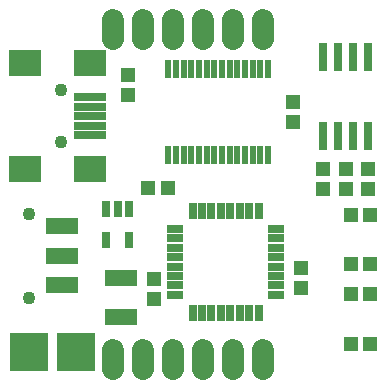
<source format=gts>
G75*
G70*
%OFA0B0*%
%FSLAX24Y24*%
%IPPOS*%
%LPD*%
%AMOC8*
5,1,8,0,0,1.08239X$1,22.5*
%
%ADD10R,0.0217X0.0630*%
%ADD11R,0.1064X0.0277*%
%ADD12R,0.1064X0.0867*%
%ADD13C,0.0434*%
%ADD14R,0.0580X0.0300*%
%ADD15R,0.0300X0.0580*%
%ADD16R,0.0297X0.0552*%
%ADD17C,0.0720*%
%ADD18R,0.0474X0.0513*%
%ADD19R,0.1064X0.0552*%
%ADD20R,0.0513X0.0474*%
%ADD21R,0.0316X0.0946*%
%ADD22R,0.0474X0.0474*%
%ADD23R,0.1261X0.1261*%
D10*
X006244Y008311D03*
X006500Y008311D03*
X006756Y008311D03*
X007012Y008311D03*
X007268Y008311D03*
X007524Y008311D03*
X007780Y008311D03*
X008036Y008311D03*
X008292Y008311D03*
X008548Y008311D03*
X008803Y008311D03*
X009059Y008311D03*
X009315Y008311D03*
X009571Y008311D03*
X009571Y011190D03*
X009315Y011190D03*
X009059Y011190D03*
X008803Y011190D03*
X008548Y011190D03*
X008292Y011190D03*
X008036Y011190D03*
X007780Y011190D03*
X007524Y011190D03*
X007268Y011190D03*
X007012Y011190D03*
X006756Y011190D03*
X006500Y011190D03*
X006244Y011190D03*
D11*
X003642Y010230D03*
X003642Y009915D03*
X003642Y009600D03*
X003642Y009285D03*
X003642Y008970D03*
D12*
X003642Y007829D03*
X001477Y007829D03*
X001477Y011372D03*
X003642Y011372D03*
D13*
X002658Y010466D03*
X002658Y008734D03*
X001608Y006348D03*
X001608Y003553D03*
D14*
X006468Y003648D03*
X006468Y003963D03*
X006468Y004278D03*
X006468Y004593D03*
X006468Y004908D03*
X006468Y005223D03*
X006468Y005538D03*
X006468Y005853D03*
X009848Y005853D03*
X009848Y005538D03*
X009848Y005223D03*
X009848Y004908D03*
X009848Y004593D03*
X009848Y004278D03*
X009848Y003963D03*
X009848Y003648D03*
D15*
X009260Y003060D03*
X008945Y003060D03*
X008630Y003060D03*
X008315Y003060D03*
X008000Y003060D03*
X007685Y003060D03*
X007370Y003060D03*
X007055Y003060D03*
X007055Y006440D03*
X007370Y006440D03*
X007685Y006440D03*
X008000Y006440D03*
X008315Y006440D03*
X008630Y006440D03*
X008945Y006440D03*
X009260Y006440D03*
D16*
X004932Y006512D03*
X004558Y006512D03*
X004184Y006512D03*
X004184Y005488D03*
X004932Y005488D03*
D17*
X005408Y001820D02*
X005408Y001180D01*
X006408Y001180D02*
X006408Y001820D01*
X007408Y001820D02*
X007408Y001180D01*
X008408Y001180D02*
X008408Y001820D01*
X009408Y001820D02*
X009408Y001180D01*
X004408Y001180D02*
X004408Y001820D01*
X004408Y012180D02*
X004408Y012820D01*
X005408Y012820D02*
X005408Y012180D01*
X006408Y012180D02*
X006408Y012820D01*
X007408Y012820D02*
X007408Y012180D01*
X008408Y012180D02*
X008408Y012820D01*
X009408Y012820D02*
X009408Y012180D01*
D18*
X010408Y010085D03*
X010408Y009416D03*
X011408Y007835D03*
X011408Y007166D03*
X012158Y007166D03*
X012158Y007835D03*
X012908Y007835D03*
X012908Y007166D03*
X010658Y004535D03*
X010658Y003866D03*
X005758Y004185D03*
X005758Y003516D03*
X004908Y010316D03*
X004908Y010985D03*
D19*
X002690Y005934D03*
X002690Y004950D03*
X002690Y003966D03*
X004658Y004200D03*
X004658Y002901D03*
D20*
X005573Y007200D03*
X006242Y007200D03*
D21*
X011408Y008939D03*
X011908Y008939D03*
X012408Y008939D03*
X012908Y008939D03*
X012908Y011561D03*
X012408Y011561D03*
X011908Y011561D03*
X011408Y011561D03*
D22*
X012343Y006327D03*
X012973Y006327D03*
X012973Y004673D03*
X012343Y004673D03*
X012343Y003677D03*
X012973Y003677D03*
X012973Y002023D03*
X012343Y002023D03*
D23*
X001608Y001750D03*
X003158Y001750D03*
M02*

</source>
